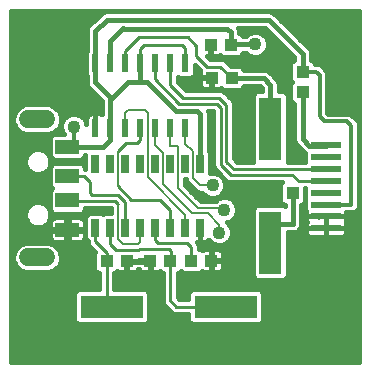
<source format=gbl>
G75*
%MOIN*%
%OFA0B0*%
%FSLAX24Y24*%
%IPPOS*%
%LPD*%
%AMOC8*
5,1,8,0,0,1.08239X$1,22.5*
%
%ADD10R,0.2100X0.0760*%
%ADD11R,0.0433X0.0394*%
%ADD12R,0.0787X0.0472*%
%ADD13C,0.0591*%
%ADD14R,0.0250X0.0600*%
%ADD15R,0.0240X0.0600*%
%ADD16R,0.0760X0.2100*%
%ADD17R,0.0984X0.0236*%
%ADD18C,0.0160*%
%ADD19C,0.0100*%
%ADD20C,0.0436*%
%ADD21C,0.0120*%
%ADD22C,0.0080*%
%ADD23R,0.0436X0.0436*%
D10*
X009564Y002211D03*
X013364Y002211D03*
D11*
X012894Y003750D03*
X012225Y003750D03*
X011515Y003737D03*
X010846Y003737D03*
X010073Y003733D03*
X009404Y003733D03*
X015938Y009372D03*
X015938Y010042D03*
X013574Y009840D03*
X012905Y009840D03*
X012865Y010950D03*
X013534Y010950D03*
D12*
X008093Y007537D03*
X008093Y006564D03*
X008093Y005755D03*
X008093Y004781D03*
D13*
X007376Y003856D02*
X006786Y003856D01*
X006786Y008462D02*
X007376Y008462D01*
D14*
X009019Y006971D03*
X009519Y006971D03*
X010019Y006971D03*
X010519Y006971D03*
X011019Y006971D03*
X011519Y006971D03*
X012019Y006971D03*
X012519Y006971D03*
X012519Y004849D03*
X012019Y004849D03*
X011519Y004849D03*
X011019Y004849D03*
X010519Y004849D03*
X010019Y004849D03*
X009519Y004849D03*
X009019Y004849D03*
D15*
X009019Y008180D03*
X009519Y008180D03*
X010019Y008180D03*
X010519Y008180D03*
X011019Y008180D03*
X011519Y008180D03*
X012019Y008180D03*
X012019Y010330D03*
X011519Y010330D03*
X011019Y010330D03*
X010519Y010330D03*
X010019Y010330D03*
X009519Y010330D03*
X009019Y010330D03*
D16*
X014849Y008150D03*
X014849Y004350D03*
D17*
X016719Y004832D03*
X016719Y005226D03*
X016719Y005619D03*
X016719Y006013D03*
X016719Y006407D03*
X016719Y006801D03*
X016719Y007194D03*
X016719Y007588D03*
D18*
X017827Y000380D02*
X006219Y000380D01*
X006219Y012067D01*
X017827Y012067D01*
X017827Y000380D01*
X017827Y000497D02*
X006219Y000497D01*
X006219Y000656D02*
X017827Y000656D01*
X017827Y000814D02*
X006219Y000814D01*
X006219Y000973D02*
X017827Y000973D01*
X017827Y001131D02*
X006219Y001131D01*
X006219Y001290D02*
X017827Y001290D01*
X017827Y001448D02*
X006219Y001448D01*
X006219Y001607D02*
X017827Y001607D01*
X017827Y001765D02*
X014614Y001765D01*
X014614Y001748D02*
X014614Y002674D01*
X014497Y002791D01*
X012231Y002791D01*
X012114Y002674D01*
X012114Y002470D01*
X011823Y002470D01*
X011765Y002527D01*
X011765Y003340D01*
X011815Y003340D01*
X011876Y003402D01*
X011925Y003353D01*
X012524Y003353D01*
X012575Y003404D01*
X012608Y003385D01*
X012654Y003373D01*
X012875Y003373D01*
X012875Y003732D01*
X012912Y003732D01*
X012912Y003768D01*
X013290Y003768D01*
X013290Y003971D01*
X013278Y004016D01*
X013254Y004057D01*
X013221Y004091D01*
X013180Y004115D01*
X013134Y004127D01*
X012912Y004127D01*
X012912Y003768D01*
X012875Y003768D01*
X012875Y004127D01*
X012654Y004127D01*
X012608Y004115D01*
X012575Y004096D01*
X012524Y004147D01*
X012475Y004147D01*
X012475Y004254D01*
X012437Y004346D01*
X012414Y004369D01*
X012519Y004369D01*
X012519Y004849D01*
X012519Y004849D01*
X012519Y004369D01*
X012668Y004369D01*
X012714Y004381D01*
X012755Y004405D01*
X012788Y004438D01*
X012797Y004453D01*
X012799Y004447D01*
X012916Y004330D01*
X013070Y004266D01*
X013236Y004266D01*
X013390Y004330D01*
X013507Y004447D01*
X013571Y004601D01*
X013571Y004767D01*
X013507Y004921D01*
X013406Y005022D01*
X013409Y005022D01*
X013563Y005086D01*
X013680Y005203D01*
X013744Y005357D01*
X013744Y005523D01*
X013680Y005677D01*
X013563Y005794D01*
X013409Y005858D01*
X013243Y005858D01*
X013090Y005794D01*
X013038Y005743D01*
X012528Y005743D01*
X012007Y006264D01*
X012007Y006471D01*
X012031Y006471D01*
X012031Y006463D01*
X012068Y006375D01*
X012320Y006123D01*
X012387Y006055D01*
X012475Y006019D01*
X012582Y006019D01*
X012696Y005905D01*
X012849Y005841D01*
X013016Y005841D01*
X013169Y005905D01*
X013287Y006022D01*
X013350Y006176D01*
X013350Y006342D01*
X013287Y006495D01*
X013169Y006613D01*
X013016Y006677D01*
X012849Y006677D01*
X012844Y006674D01*
X012844Y007354D01*
X012799Y007399D01*
X012799Y008696D01*
X012785Y008730D01*
X012959Y008730D01*
X012959Y006890D01*
X012997Y006798D01*
X013388Y006408D01*
X013479Y006370D01*
X015231Y006370D01*
X015181Y006321D01*
X015181Y005719D01*
X015299Y005602D01*
X015330Y005602D01*
X015330Y005582D01*
X015312Y005600D01*
X014386Y005600D01*
X014269Y005483D01*
X014269Y003217D01*
X014386Y003100D01*
X015312Y003100D01*
X015429Y003217D01*
X015429Y004703D01*
X015665Y004703D01*
X015768Y004746D01*
X015847Y004825D01*
X015890Y004927D01*
X015890Y005602D01*
X015900Y005602D01*
X016017Y005719D01*
X016017Y006157D01*
X016027Y006157D01*
X016027Y005418D01*
X016054Y005392D01*
X016047Y005368D01*
X016047Y005226D01*
X016208Y005226D01*
X016208Y005226D01*
X016047Y005226D01*
X016047Y005084D01*
X016059Y005038D01*
X016065Y005029D01*
X016059Y005020D01*
X016047Y004974D01*
X016047Y004832D01*
X016047Y004690D01*
X016059Y004644D01*
X016083Y004603D01*
X016117Y004570D01*
X016158Y004546D01*
X016203Y004534D01*
X016719Y004534D01*
X016719Y004832D01*
X016047Y004832D01*
X016719Y004832D01*
X016719Y004832D01*
X016719Y004832D01*
X016719Y005113D01*
X016719Y005113D01*
X016719Y004832D01*
X016719Y004832D01*
X016719Y004534D01*
X017235Y004534D01*
X017281Y004546D01*
X017322Y004570D01*
X017355Y004603D01*
X017379Y004644D01*
X017391Y004690D01*
X017391Y004832D01*
X016719Y004832D01*
X016719Y004832D01*
X017391Y004832D01*
X017391Y004974D01*
X017379Y005020D01*
X017374Y005029D01*
X017379Y005038D01*
X017391Y005084D01*
X017391Y005226D01*
X017391Y005359D01*
X017605Y005359D01*
X017700Y005399D01*
X017774Y005472D01*
X017813Y005568D01*
X017813Y008300D01*
X017774Y008396D01*
X017633Y008536D01*
X017560Y008609D01*
X017465Y008649D01*
X016769Y008649D01*
X016756Y008662D01*
X016756Y009984D01*
X016716Y010079D01*
X016606Y010189D01*
X016533Y010263D01*
X016437Y010302D01*
X016355Y010302D01*
X016355Y010321D01*
X016238Y010438D01*
X016218Y010438D01*
X016218Y010582D01*
X016219Y010584D01*
X016219Y010696D01*
X016177Y010799D01*
X015037Y011939D01*
X014958Y012017D01*
X014855Y012060D01*
X009344Y012060D01*
X009241Y012017D01*
X009162Y011939D01*
X009162Y011939D01*
X008782Y011559D01*
X008739Y011456D01*
X008739Y010753D01*
X008699Y010713D01*
X008699Y009947D01*
X008739Y009907D01*
X008739Y009644D01*
X008782Y009541D01*
X008861Y009463D01*
X009239Y009084D01*
X009239Y008630D01*
X009209Y008648D01*
X009163Y008660D01*
X009019Y008660D01*
X008876Y008660D01*
X008830Y008648D01*
X008789Y008624D01*
X008755Y008591D01*
X008731Y008549D01*
X008719Y008504D01*
X008719Y008320D01*
X008663Y008456D01*
X008545Y008573D01*
X008392Y008637D01*
X008225Y008637D01*
X008072Y008573D01*
X007954Y008456D01*
X007891Y008302D01*
X007891Y008136D01*
X007954Y007983D01*
X007964Y007973D01*
X007616Y007973D01*
X007499Y007856D01*
X007499Y007218D01*
X007616Y007101D01*
X008569Y007101D01*
X008686Y007218D01*
X008686Y007257D01*
X008694Y007257D01*
X008694Y006810D01*
X008686Y006813D01*
X008686Y006883D01*
X008569Y007000D01*
X007616Y007000D01*
X007499Y006883D01*
X007499Y006244D01*
X007584Y006159D01*
X007499Y006074D01*
X007499Y005436D01*
X007616Y005319D01*
X008569Y005319D01*
X008686Y005436D01*
X008686Y005500D01*
X009532Y005500D01*
X009532Y005349D01*
X009311Y005349D01*
X009269Y005307D01*
X009227Y005349D01*
X008811Y005349D01*
X008694Y005232D01*
X008694Y004466D01*
X008769Y004391D01*
X008769Y004340D01*
X008807Y004248D01*
X009015Y004041D01*
X008987Y004013D01*
X008987Y003453D01*
X009104Y003336D01*
X009149Y003336D01*
X009149Y002791D01*
X008431Y002791D01*
X008314Y002674D01*
X008314Y001748D01*
X008431Y001631D01*
X010697Y001631D01*
X010814Y001748D01*
X010814Y002674D01*
X010697Y002791D01*
X009649Y002791D01*
X009649Y003336D01*
X009703Y003336D01*
X009754Y003387D01*
X009787Y003368D01*
X009833Y003356D01*
X010054Y003356D01*
X010054Y003714D01*
X010091Y003714D01*
X010091Y003356D01*
X010313Y003356D01*
X010359Y003368D01*
X010400Y003392D01*
X010433Y003426D01*
X010457Y003467D01*
X010460Y003477D01*
X010462Y003471D01*
X010485Y003430D01*
X010519Y003396D01*
X010560Y003373D01*
X010606Y003360D01*
X010828Y003360D01*
X010828Y003719D01*
X010864Y003719D01*
X010864Y003360D01*
X011086Y003360D01*
X011132Y003373D01*
X011165Y003391D01*
X011216Y003340D01*
X011265Y003340D01*
X011265Y002374D01*
X011303Y002282D01*
X011507Y002078D01*
X011578Y002008D01*
X011669Y001970D01*
X012114Y001970D01*
X012114Y001748D01*
X012231Y001631D01*
X014497Y001631D01*
X014614Y001748D01*
X014614Y001924D02*
X017827Y001924D01*
X017827Y002082D02*
X014614Y002082D01*
X014614Y002241D02*
X017827Y002241D01*
X017827Y002399D02*
X014614Y002399D01*
X014614Y002558D02*
X017827Y002558D01*
X017827Y002716D02*
X014571Y002716D01*
X014295Y003192D02*
X011765Y003192D01*
X011765Y003033D02*
X017827Y003033D01*
X017827Y002875D02*
X011765Y002875D01*
X011765Y002716D02*
X012156Y002716D01*
X012114Y002558D02*
X011765Y002558D01*
X011265Y002558D02*
X010814Y002558D01*
X010814Y002399D02*
X011265Y002399D01*
X011345Y002241D02*
X010814Y002241D01*
X010814Y002082D02*
X011504Y002082D01*
X012114Y001924D02*
X010814Y001924D01*
X010814Y001765D02*
X012114Y001765D01*
X011265Y002716D02*
X010771Y002716D01*
X011265Y002875D02*
X009649Y002875D01*
X009649Y003033D02*
X011265Y003033D01*
X011265Y003192D02*
X009649Y003192D01*
X009717Y003350D02*
X011206Y003350D01*
X010864Y003509D02*
X010828Y003509D01*
X010828Y003667D02*
X010864Y003667D01*
X010828Y003719D02*
X010450Y003719D01*
X010450Y003714D01*
X010091Y003714D01*
X010091Y003751D01*
X010469Y003751D01*
X010469Y003756D01*
X010828Y003756D01*
X010828Y003719D01*
X010091Y003667D02*
X010054Y003667D01*
X010054Y003509D02*
X010091Y003509D01*
X009404Y003733D02*
X009359Y003817D01*
X008987Y003826D02*
X007871Y003826D01*
X007871Y003758D02*
X007871Y003955D01*
X007796Y004137D01*
X007657Y004276D01*
X007475Y004351D01*
X006687Y004351D01*
X006505Y004276D01*
X006366Y004137D01*
X006290Y003955D01*
X006290Y003758D01*
X006366Y003576D01*
X006505Y003436D01*
X006687Y003361D01*
X007475Y003361D01*
X007657Y003436D01*
X007796Y003576D01*
X007871Y003758D01*
X007834Y003667D02*
X008987Y003667D01*
X008987Y003509D02*
X007729Y003509D01*
X007859Y003984D02*
X008987Y003984D01*
X008913Y004143D02*
X007790Y004143D01*
X007596Y004301D02*
X008785Y004301D01*
X008701Y004460D02*
X008645Y004460D01*
X008654Y004476D02*
X008666Y004521D01*
X008666Y004743D01*
X008131Y004743D01*
X008131Y004819D01*
X008666Y004819D01*
X008666Y005041D01*
X008654Y005087D01*
X008630Y005128D01*
X008597Y005162D01*
X008556Y005185D01*
X008510Y005197D01*
X008131Y005197D01*
X008131Y004819D01*
X008055Y004819D01*
X008055Y004743D01*
X008131Y004743D01*
X008131Y004365D01*
X008510Y004365D01*
X008556Y004377D01*
X008597Y004401D01*
X008630Y004435D01*
X008654Y004476D01*
X008666Y004618D02*
X008694Y004618D01*
X008694Y004777D02*
X008131Y004777D01*
X008055Y004777D02*
X006219Y004777D01*
X006219Y004935D02*
X006858Y004935D01*
X006873Y004920D02*
X007026Y004857D01*
X007191Y004857D01*
X007344Y004920D01*
X007462Y005037D01*
X007525Y005191D01*
X007525Y005356D01*
X007462Y005509D01*
X007344Y005627D01*
X007191Y005690D01*
X007026Y005690D01*
X006873Y005627D01*
X006755Y005509D01*
X006692Y005356D01*
X006692Y005191D01*
X006755Y005037D01*
X006873Y004920D01*
X006732Y005094D02*
X006219Y005094D01*
X006219Y005252D02*
X006692Y005252D01*
X006714Y005411D02*
X006219Y005411D01*
X006219Y005569D02*
X006815Y005569D01*
X007402Y005569D02*
X007499Y005569D01*
X007503Y005411D02*
X007524Y005411D01*
X007525Y005252D02*
X008714Y005252D01*
X008661Y005411D02*
X009532Y005411D01*
X008694Y005094D02*
X008650Y005094D01*
X008666Y004935D02*
X008694Y004935D01*
X008131Y004935D02*
X008055Y004935D01*
X008055Y004819D02*
X008055Y005197D01*
X007675Y005197D01*
X007630Y005185D01*
X007589Y005162D01*
X007555Y005128D01*
X007531Y005087D01*
X007519Y005041D01*
X007519Y004819D01*
X008055Y004819D01*
X008055Y004743D02*
X007519Y004743D01*
X007519Y004521D01*
X007531Y004476D01*
X007555Y004435D01*
X007589Y004401D01*
X007630Y004377D01*
X007675Y004365D01*
X008055Y004365D01*
X008055Y004743D01*
X008055Y004618D02*
X008131Y004618D01*
X008131Y004460D02*
X008055Y004460D01*
X007541Y004460D02*
X006219Y004460D01*
X006219Y004301D02*
X006566Y004301D01*
X006372Y004143D02*
X006219Y004143D01*
X006219Y003984D02*
X006303Y003984D01*
X006290Y003826D02*
X006219Y003826D01*
X006219Y003667D02*
X006328Y003667D01*
X006433Y003509D02*
X006219Y003509D01*
X006219Y003350D02*
X009090Y003350D01*
X009149Y003192D02*
X006219Y003192D01*
X006219Y003033D02*
X009149Y003033D01*
X009149Y002875D02*
X006219Y002875D01*
X006219Y002716D02*
X008356Y002716D01*
X008314Y002558D02*
X006219Y002558D01*
X006219Y002399D02*
X008314Y002399D01*
X008314Y002241D02*
X006219Y002241D01*
X006219Y002082D02*
X008314Y002082D01*
X008314Y001924D02*
X006219Y001924D01*
X006219Y001765D02*
X008314Y001765D01*
X009564Y002211D02*
X010256Y002458D01*
X010101Y002458D01*
X011824Y003350D02*
X014269Y003350D01*
X014269Y003509D02*
X013285Y003509D01*
X013290Y003529D02*
X013290Y003732D01*
X012912Y003732D01*
X012912Y003373D01*
X013134Y003373D01*
X013180Y003385D01*
X013221Y003409D01*
X013254Y003443D01*
X013278Y003484D01*
X013290Y003529D01*
X013290Y003667D02*
X014269Y003667D01*
X014269Y003826D02*
X013290Y003826D01*
X013287Y003984D02*
X014269Y003984D01*
X014269Y004143D02*
X012528Y004143D01*
X012455Y004301D02*
X012986Y004301D01*
X012912Y003984D02*
X012875Y003984D01*
X012875Y003826D02*
X012912Y003826D01*
X012912Y003667D02*
X012875Y003667D01*
X012875Y003509D02*
X012912Y003509D01*
X013320Y004301D02*
X014269Y004301D01*
X014269Y004460D02*
X013512Y004460D01*
X013571Y004618D02*
X014269Y004618D01*
X014269Y004777D02*
X013567Y004777D01*
X013493Y004935D02*
X014269Y004935D01*
X014269Y005094D02*
X013571Y005094D01*
X013701Y005252D02*
X014269Y005252D01*
X014269Y005411D02*
X013744Y005411D01*
X013725Y005569D02*
X014355Y005569D01*
X013629Y005728D02*
X015181Y005728D01*
X015181Y005886D02*
X013124Y005886D01*
X013296Y006045D02*
X015181Y006045D01*
X015181Y006203D02*
X013350Y006203D01*
X013342Y006362D02*
X015222Y006362D01*
X015599Y006020D02*
X015610Y006020D01*
X015610Y004983D01*
X014849Y004983D01*
X014849Y004350D01*
X015429Y004301D02*
X017827Y004301D01*
X017827Y004143D02*
X015429Y004143D01*
X015429Y003984D02*
X017827Y003984D01*
X017827Y003826D02*
X015429Y003826D01*
X015429Y003667D02*
X017827Y003667D01*
X017827Y003509D02*
X015429Y003509D01*
X015429Y003350D02*
X017827Y003350D01*
X017827Y003192D02*
X015404Y003192D01*
X015429Y004460D02*
X017827Y004460D01*
X017827Y004618D02*
X017364Y004618D01*
X017391Y004777D02*
X017827Y004777D01*
X017827Y004935D02*
X017391Y004935D01*
X017391Y005094D02*
X017827Y005094D01*
X017827Y005252D02*
X017391Y005252D01*
X017391Y005226D02*
X016728Y005226D01*
X016728Y005226D01*
X017391Y005226D01*
X017712Y005411D02*
X017827Y005411D01*
X017813Y005569D02*
X017827Y005569D01*
X017813Y005728D02*
X017827Y005728D01*
X017813Y005886D02*
X017827Y005886D01*
X017813Y006045D02*
X017827Y006045D01*
X017813Y006203D02*
X017827Y006203D01*
X017813Y006362D02*
X017827Y006362D01*
X017813Y006520D02*
X017827Y006520D01*
X017813Y006679D02*
X017827Y006679D01*
X017813Y006837D02*
X017827Y006837D01*
X017813Y006996D02*
X017827Y006996D01*
X017813Y007154D02*
X017827Y007154D01*
X017813Y007313D02*
X017827Y007313D01*
X017813Y007471D02*
X017827Y007471D01*
X017813Y007630D02*
X017827Y007630D01*
X017813Y007788D02*
X017827Y007788D01*
X017813Y007947D02*
X017827Y007947D01*
X017813Y008105D02*
X017827Y008105D01*
X017813Y008264D02*
X017827Y008264D01*
X017827Y008422D02*
X017747Y008422D01*
X017827Y008581D02*
X017589Y008581D01*
X017827Y008739D02*
X016756Y008739D01*
X016756Y008898D02*
X017827Y008898D01*
X017827Y009056D02*
X016756Y009056D01*
X016756Y009215D02*
X017827Y009215D01*
X017827Y009373D02*
X016756Y009373D01*
X016756Y009532D02*
X017827Y009532D01*
X017827Y009690D02*
X016756Y009690D01*
X016756Y009849D02*
X017827Y009849D01*
X017827Y010007D02*
X016746Y010007D01*
X016630Y010166D02*
X017827Y010166D01*
X017827Y010324D02*
X016352Y010324D01*
X016218Y010483D02*
X017827Y010483D01*
X017827Y010641D02*
X016219Y010641D01*
X016176Y010800D02*
X017827Y010800D01*
X017827Y010958D02*
X016017Y010958D01*
X015859Y011117D02*
X017827Y011117D01*
X017827Y011275D02*
X015700Y011275D01*
X015542Y011434D02*
X017827Y011434D01*
X017827Y011592D02*
X015383Y011592D01*
X015225Y011751D02*
X017827Y011751D01*
X017827Y011909D02*
X015066Y011909D01*
X014799Y011780D02*
X009399Y011780D01*
X009019Y011400D01*
X009019Y010330D01*
X009009Y010340D01*
X009019Y010330D02*
X009019Y009700D01*
X009519Y009200D01*
X009519Y009100D01*
X010119Y009700D01*
X010519Y009700D01*
X010759Y009700D01*
X011719Y008740D01*
X012419Y008740D01*
X012519Y008640D01*
X012519Y006971D01*
X012844Y006996D02*
X012959Y006996D01*
X012959Y007154D02*
X012844Y007154D01*
X012844Y007313D02*
X012959Y007313D01*
X012959Y007471D02*
X012799Y007471D01*
X012799Y007630D02*
X012959Y007630D01*
X012959Y007788D02*
X012799Y007788D01*
X012799Y007947D02*
X012959Y007947D01*
X012959Y008105D02*
X012799Y008105D01*
X012799Y008264D02*
X012959Y008264D01*
X012959Y008422D02*
X012799Y008422D01*
X012799Y008581D02*
X012959Y008581D01*
X013639Y008581D02*
X014269Y008581D01*
X014269Y008422D02*
X013639Y008422D01*
X013639Y008264D02*
X014269Y008264D01*
X014269Y008105D02*
X013639Y008105D01*
X013639Y007947D02*
X014269Y007947D01*
X014269Y007788D02*
X013639Y007788D01*
X013639Y007630D02*
X014269Y007630D01*
X014269Y007471D02*
X013639Y007471D01*
X013639Y007313D02*
X014269Y007313D01*
X014269Y007154D02*
X013639Y007154D01*
X013639Y009000D01*
X013601Y009092D01*
X013371Y009322D01*
X013301Y009392D01*
X013209Y009430D01*
X012053Y009430D01*
X011769Y009714D01*
X011769Y009877D01*
X011816Y009830D01*
X012222Y009830D01*
X012339Y009947D01*
X012339Y010256D01*
X012398Y010198D01*
X012415Y010191D01*
X012516Y010090D01*
X012508Y010061D01*
X012508Y009858D01*
X012886Y009858D01*
X012886Y009822D01*
X012508Y009822D01*
X012508Y009619D01*
X012520Y009574D01*
X012544Y009533D01*
X012578Y009499D01*
X012619Y009475D01*
X012664Y009463D01*
X012886Y009463D01*
X012886Y009822D01*
X012923Y009822D01*
X012923Y009463D01*
X013145Y009463D01*
X013191Y009475D01*
X013223Y009494D01*
X013274Y009443D01*
X013873Y009443D01*
X013990Y009560D01*
X014513Y009560D01*
X014569Y009504D01*
X014569Y009400D01*
X014386Y009400D01*
X014269Y009283D01*
X014269Y007051D01*
X013742Y007051D01*
X013639Y007154D01*
X013117Y006679D02*
X012844Y006679D01*
X012844Y006837D02*
X012981Y006837D01*
X013262Y006520D02*
X013276Y006520D01*
X012741Y005886D02*
X012385Y005886D01*
X012413Y006045D02*
X012226Y006045D01*
X012239Y006203D02*
X012068Y006203D01*
X012081Y006362D02*
X012007Y006362D01*
X012519Y004777D02*
X012519Y004777D01*
X012519Y004618D02*
X012519Y004618D01*
X012519Y004460D02*
X012519Y004460D01*
X015429Y004618D02*
X016075Y004618D01*
X016047Y004777D02*
X015799Y004777D01*
X015890Y004935D02*
X016047Y004935D01*
X016047Y005094D02*
X015890Y005094D01*
X015890Y005252D02*
X016047Y005252D01*
X016035Y005411D02*
X015890Y005411D01*
X015890Y005569D02*
X016027Y005569D01*
X016017Y005728D02*
X016027Y005728D01*
X016017Y005886D02*
X016027Y005886D01*
X016017Y006045D02*
X016027Y006045D01*
X016027Y007051D02*
X015429Y007051D01*
X015429Y009283D01*
X015312Y009400D01*
X015129Y009400D01*
X015129Y009676D01*
X015087Y009779D01*
X014867Y009999D01*
X014788Y010077D01*
X014685Y010120D01*
X013990Y010120D01*
X013873Y010237D01*
X013531Y010237D01*
X013335Y010432D01*
X013244Y010470D01*
X012843Y010470D01*
X012740Y010573D01*
X012846Y010573D01*
X012846Y010932D01*
X012883Y010932D01*
X012883Y010573D01*
X013105Y010573D01*
X013151Y010585D01*
X013183Y010604D01*
X013234Y010553D01*
X013833Y010553D01*
X013950Y010670D01*
X013950Y010680D01*
X014038Y010680D01*
X014113Y010606D01*
X014266Y010542D01*
X014432Y010542D01*
X014586Y010606D01*
X014703Y010723D01*
X014767Y010877D01*
X014767Y011043D01*
X014703Y011197D01*
X014586Y011314D01*
X014432Y011378D01*
X014266Y011378D01*
X014113Y011314D01*
X014038Y011240D01*
X013940Y011240D01*
X013833Y011347D01*
X013814Y011347D01*
X013814Y011422D01*
X013781Y011500D01*
X014683Y011500D01*
X015658Y010525D01*
X015658Y010438D01*
X015639Y010438D01*
X015522Y010321D01*
X015522Y009762D01*
X015577Y009707D01*
X015522Y009652D01*
X015522Y009093D01*
X015639Y008976D01*
X015658Y008976D01*
X015658Y007739D01*
X015701Y007636D01*
X015910Y007427D01*
X015989Y007349D01*
X016027Y007333D01*
X016027Y007051D01*
X016027Y007154D02*
X015429Y007154D01*
X015429Y007313D02*
X016027Y007313D01*
X015866Y007471D02*
X015429Y007471D01*
X015429Y007630D02*
X015708Y007630D01*
X015658Y007788D02*
X015429Y007788D01*
X015429Y007947D02*
X015658Y007947D01*
X015658Y008105D02*
X015429Y008105D01*
X015429Y008264D02*
X015658Y008264D01*
X015658Y008422D02*
X015429Y008422D01*
X015429Y008581D02*
X015658Y008581D01*
X015658Y008739D02*
X015429Y008739D01*
X015429Y008898D02*
X015658Y008898D01*
X015558Y009056D02*
X015429Y009056D01*
X015429Y009215D02*
X015522Y009215D01*
X015522Y009373D02*
X015339Y009373D01*
X015522Y009532D02*
X015129Y009532D01*
X015123Y009690D02*
X015560Y009690D01*
X015522Y009849D02*
X015017Y009849D01*
X014858Y010007D02*
X015522Y010007D01*
X015522Y010166D02*
X013945Y010166D01*
X013574Y009840D02*
X014629Y009840D01*
X014849Y009620D01*
X014849Y008150D01*
X014269Y008739D02*
X013639Y008739D01*
X013639Y008898D02*
X014269Y008898D01*
X014269Y009056D02*
X013616Y009056D01*
X013478Y009215D02*
X014269Y009215D01*
X014359Y009373D02*
X013320Y009373D01*
X012923Y009532D02*
X012886Y009532D01*
X012886Y009690D02*
X012923Y009690D01*
X012886Y009849D02*
X012241Y009849D01*
X012339Y010007D02*
X012508Y010007D01*
X012440Y010166D02*
X012339Y010166D01*
X012830Y010483D02*
X015658Y010483D01*
X015542Y010641D02*
X014621Y010641D01*
X014735Y010800D02*
X015384Y010800D01*
X015225Y010958D02*
X014767Y010958D01*
X014737Y011117D02*
X015067Y011117D01*
X014908Y011275D02*
X014625Y011275D01*
X014750Y011434D02*
X013809Y011434D01*
X013905Y011275D02*
X014073Y011275D01*
X014349Y010960D02*
X013544Y010960D01*
X013534Y010950D01*
X013534Y011366D01*
X013417Y011483D01*
X009964Y011483D01*
X009956Y011491D01*
X009519Y011054D01*
X009519Y010330D01*
X008699Y010324D02*
X006219Y010324D01*
X006219Y010166D02*
X008699Y010166D01*
X008699Y010007D02*
X006219Y010007D01*
X006219Y009849D02*
X008739Y009849D01*
X008739Y009690D02*
X006219Y009690D01*
X006219Y009532D02*
X008792Y009532D01*
X008950Y009373D02*
X006219Y009373D01*
X006219Y009215D02*
X009109Y009215D01*
X009239Y009056D02*
X006219Y009056D01*
X006219Y008898D02*
X006542Y008898D01*
X006505Y008882D02*
X006366Y008743D01*
X006290Y008561D01*
X006290Y008364D01*
X006366Y008182D01*
X006505Y008042D01*
X006687Y007967D01*
X007475Y007967D01*
X007657Y008042D01*
X007796Y008182D01*
X007871Y008364D01*
X007871Y008561D01*
X007796Y008743D01*
X007657Y008882D01*
X007475Y008958D01*
X006687Y008958D01*
X006505Y008882D01*
X006364Y008739D02*
X006219Y008739D01*
X006219Y008581D02*
X006299Y008581D01*
X006290Y008422D02*
X006219Y008422D01*
X006219Y008264D02*
X006332Y008264D01*
X006443Y008105D02*
X006219Y008105D01*
X006219Y007947D02*
X007589Y007947D01*
X007499Y007788D02*
X006219Y007788D01*
X006219Y007630D02*
X007499Y007630D01*
X007499Y007471D02*
X006219Y007471D01*
X006219Y007313D02*
X006787Y007313D01*
X006755Y007281D02*
X006692Y007128D01*
X006692Y006962D01*
X006755Y006809D01*
X006873Y006692D01*
X007026Y006629D01*
X007191Y006629D01*
X007344Y006692D01*
X007462Y006809D01*
X007525Y006962D01*
X007525Y007128D01*
X007462Y007281D01*
X007344Y007398D01*
X007191Y007462D01*
X007026Y007462D01*
X006873Y007398D01*
X006755Y007281D01*
X006703Y007154D02*
X006219Y007154D01*
X006219Y006996D02*
X006692Y006996D01*
X006744Y006837D02*
X006219Y006837D01*
X006219Y006679D02*
X006905Y006679D01*
X007312Y006679D02*
X007499Y006679D01*
X007499Y006837D02*
X007473Y006837D01*
X007525Y006996D02*
X007612Y006996D01*
X007563Y007154D02*
X007514Y007154D01*
X007499Y007313D02*
X007430Y007313D01*
X008093Y007537D02*
X008197Y007642D01*
X008093Y007537D02*
X009276Y007537D01*
X009509Y007770D01*
X009509Y008170D01*
X009519Y008180D01*
X009519Y009100D01*
X009239Y008898D02*
X007620Y008898D01*
X007798Y008739D02*
X009239Y008739D01*
X009019Y008660D02*
X009019Y008180D01*
X009019Y008660D01*
X009019Y008581D02*
X009019Y008581D01*
X009019Y008422D02*
X009019Y008422D01*
X009019Y008264D02*
X009019Y008264D01*
X009019Y008180D02*
X009019Y008180D01*
X008719Y008422D02*
X008677Y008422D01*
X008749Y008581D02*
X008528Y008581D01*
X008089Y008581D02*
X007863Y008581D01*
X007871Y008422D02*
X007940Y008422D01*
X007891Y008264D02*
X007830Y008264D01*
X007904Y008105D02*
X007719Y008105D01*
X008622Y007154D02*
X008694Y007154D01*
X008694Y006996D02*
X008574Y006996D01*
X008686Y006837D02*
X008694Y006837D01*
X007541Y006203D02*
X006219Y006203D01*
X006219Y006045D02*
X007499Y006045D01*
X007499Y005886D02*
X006219Y005886D01*
X006219Y005728D02*
X007499Y005728D01*
X007499Y006362D02*
X006219Y006362D01*
X006219Y006520D02*
X007499Y006520D01*
X007485Y005094D02*
X007535Y005094D01*
X007519Y004935D02*
X007359Y004935D01*
X007519Y004618D02*
X006219Y004618D01*
X008055Y005094D02*
X008131Y005094D01*
X011951Y009532D02*
X012545Y009532D01*
X012508Y009690D02*
X011793Y009690D01*
X011798Y009849D02*
X011769Y009849D01*
X012846Y010641D02*
X012883Y010641D01*
X012883Y010800D02*
X012846Y010800D01*
X013534Y010940D02*
X013534Y010950D01*
X013921Y010641D02*
X014077Y010641D01*
X013443Y010324D02*
X015524Y010324D01*
X015938Y010042D02*
X015938Y010640D01*
X015939Y010640D01*
X014799Y011780D01*
X015938Y010042D02*
X015944Y010036D01*
X015938Y009372D02*
X015938Y007795D01*
X016147Y007586D01*
X016717Y007586D01*
X016719Y007588D01*
X014542Y009532D02*
X013962Y009532D01*
X010519Y009700D02*
X010519Y010330D01*
X008699Y010483D02*
X006219Y010483D01*
X006219Y010641D02*
X008699Y010641D01*
X008739Y010800D02*
X006219Y010800D01*
X006219Y010958D02*
X008739Y010958D01*
X008739Y011117D02*
X006219Y011117D01*
X006219Y011275D02*
X008739Y011275D01*
X008739Y011434D02*
X006219Y011434D01*
X006219Y011592D02*
X008815Y011592D01*
X008974Y011751D02*
X006219Y011751D01*
X006219Y011909D02*
X009132Y011909D01*
X016719Y005094D02*
X016719Y005094D01*
X016719Y004935D02*
X016719Y004935D01*
X016719Y004777D02*
X016719Y004777D01*
X016719Y004618D02*
X016719Y004618D01*
D19*
X016739Y004820D02*
X016719Y004832D01*
X016739Y004820D02*
X016739Y005140D01*
X016719Y005226D01*
X016719Y006407D02*
X015802Y006407D01*
X015589Y006620D01*
X013529Y006620D01*
X013209Y006940D01*
X013209Y008850D01*
X013079Y008980D01*
X011809Y008980D01*
X010999Y009790D01*
X010999Y010310D01*
X011019Y010330D01*
X011519Y010330D02*
X011519Y009610D01*
X011949Y009180D01*
X013159Y009180D01*
X013389Y008950D01*
X013389Y007050D01*
X013639Y006801D01*
X016719Y006801D01*
X013574Y009840D02*
X013194Y010220D01*
X012739Y010220D01*
X012549Y010410D01*
X012539Y010410D01*
X012389Y010560D01*
X012389Y010897D01*
X012098Y011188D01*
X010465Y011188D01*
X010020Y010743D01*
X010020Y010331D01*
X010019Y010330D01*
X010507Y010342D02*
X010507Y010794D01*
X010649Y010936D01*
X011925Y010936D01*
X012019Y010841D01*
X012019Y010330D01*
X010519Y010330D02*
X010507Y010342D01*
X010519Y008180D02*
X010519Y007767D01*
X010413Y007660D01*
X010035Y007660D01*
X009767Y007393D01*
X008839Y006360D02*
X008636Y006564D01*
X008093Y006564D01*
X008839Y006360D02*
X008839Y006010D01*
X008919Y005930D01*
X009779Y005930D01*
X010019Y005690D01*
X010019Y004849D01*
X009519Y004849D02*
X009519Y004320D01*
X009719Y004120D01*
X010469Y004120D01*
X010479Y004130D01*
X011469Y004130D01*
X011529Y004070D01*
X011529Y003751D01*
X011515Y003737D02*
X011515Y002424D01*
X011719Y002220D01*
X013355Y002220D01*
X013364Y002211D01*
X012225Y003750D02*
X012225Y004205D01*
X012079Y004350D01*
X011109Y004350D01*
X011009Y004450D01*
X011009Y004839D01*
X011019Y004849D01*
X011515Y004853D02*
X011519Y004849D01*
X011515Y004853D02*
X011515Y005440D01*
X011169Y005786D01*
X010208Y005786D01*
X009767Y006227D01*
X009669Y005750D02*
X008098Y005750D01*
X008093Y005755D01*
X009019Y004849D02*
X009019Y004390D01*
X009399Y004010D01*
X009399Y003737D01*
X009399Y002375D01*
X009564Y002211D01*
X010019Y003700D02*
X010091Y003714D01*
X010073Y003733D02*
X010019Y003700D01*
X009404Y003733D02*
X009399Y003737D01*
X009769Y005650D02*
X009669Y005750D01*
D20*
X012933Y006259D03*
X013326Y005440D03*
X013153Y004684D03*
X008309Y008219D03*
X008589Y009090D03*
X013899Y009280D03*
X014339Y010320D03*
X014349Y010960D03*
D21*
X015939Y010042D02*
X015938Y010042D01*
X015939Y010042D02*
X016385Y010042D01*
X016496Y009932D01*
X016496Y008554D01*
X016661Y008389D01*
X017413Y008389D01*
X017553Y008248D01*
X017553Y005619D01*
X016719Y005619D01*
X016468Y005209D02*
X016468Y005185D01*
X008309Y007753D02*
X008093Y007537D01*
X008149Y007593D01*
X008309Y007753D02*
X008309Y008219D01*
D22*
X009767Y007393D02*
X009767Y006227D01*
X009769Y005650D02*
X009772Y005648D01*
X009772Y004484D01*
X009949Y004306D01*
X010444Y004306D01*
X010519Y004381D01*
X010519Y004849D01*
X012019Y004849D02*
X012019Y005286D01*
X010767Y006538D01*
X010767Y008684D01*
X010681Y008771D01*
X010118Y008771D01*
X010019Y008672D01*
X010019Y008180D01*
X011019Y008180D02*
X011019Y007605D01*
X011275Y007349D01*
X011271Y007345D01*
X011271Y006302D01*
X012244Y005330D01*
X012775Y005330D01*
X013153Y004952D01*
X013153Y004684D01*
X013326Y005440D02*
X013263Y005503D01*
X012429Y005503D01*
X011767Y006164D01*
X011767Y007562D01*
X011519Y007562D01*
X011519Y008180D01*
X012019Y008180D02*
X012019Y007645D01*
X012271Y007393D01*
X012271Y006511D01*
X012523Y006259D01*
X012933Y006259D01*
D23*
X015599Y006020D03*
M02*

</source>
